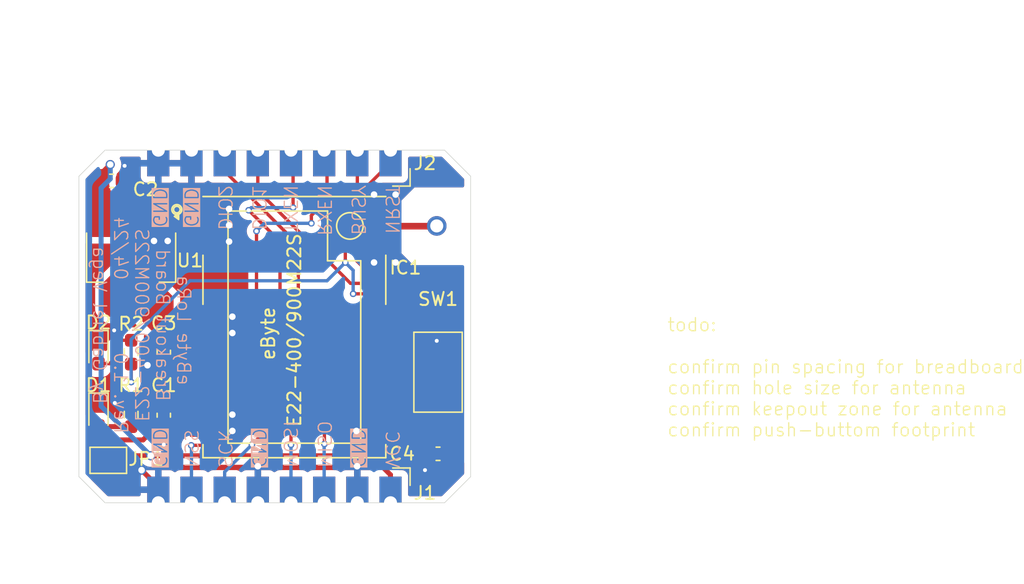
<source format=kicad_pcb>
(kicad_pcb (version 20240108) (generator "pcbnew") (generator_version "8.0")
  (title_block (title "eByte  E22-400/900M22S Breakout Board") (date "2024-04-07") (rev "1.0") (company "Libertalia Engineering") (comment 1 "eByte Breakoutboards") (comment 2 "Under Development") (comment 3 "Gabriel Vega") (comment 4 "Gabriel Vega") (comment 5 "1/1"))
  (layers (0 "F.Cu" signal) (31 "B.Cu" signal) (34 "B.Paste" user) (35 "F.Paste" user) (36 "B.SilkS" user "B.Silkscreen") (37 "F.SilkS" user "F.Silkscreen") (38 "B.Mask" user) (39 "F.Mask" user) (44 "Edge.Cuts" user))
  (net 0 "")
  (net 1 "+3V3")
  (net 2 "GND")
  (net 3 "VCC")
  (net 4 "/NRST")
  (net 5 "Net-(D1-A)")
  (net 6 "/MISO")
  (net 7 "/NSS")
  (net 8 "/MOSI")
  (net 9 "/SCK")
  (net 10 "/TXEN")
  (net 11 "/DIO1")
  (net 12 "/BUSY")
  (net 13 "/DIO2")
  (net 14 "/RXEN")
  (net 15 "/ANT")
  (net 16 "Net-(D2-A)")
  (footprint "Connector_PinHeader_2.54mm:PinHeader_1x08_P2.54mm_Vertical" (layer "F.Cu") (at 153.86 93 -90)
    (property "Reference" "J2" (at 1 -2.64 180) (layer "F.SilkS"))
    (property "Value" "Conn_01x08_Pin")
    (fp_line (start 1.42 -1.5) (end 2.75 -1.5) (stroke (width 0.12)) (layer "F.SilkS"))
    (fp_line (start 2.75 -1.5) (end 2.75 -0.17) (stroke (width 0.12)) (layer "F.SilkS"))
    (pad "1" thru_hole rect (at 0 0 270) (size 2 1.7) (drill 1 (offset 1 0)) (property pad_prop_castellated) (layers "*.Cu" "*.Mask") (net 4 "/NRST"))
    (pad "2" thru_hole rect (at 0 2.54 270) (size 2 1.7) (drill 1 (offset 1 0)) (property pad_prop_castellated) (layers "*.Cu" "*.Mask") (net 12 "/BUSY"))
    (pad "3" thru_hole rect (at 0 5.08 270) (size 2 1.7) (drill 1 (offset 1 0)) (property pad_prop_castellated) (layers "*.Cu" "*.Mask") (net 14 "/RXEN"))
    (pad "4" thru_hole rect (at 0 7.62 270) (size 2 1.7) (drill 1 (offset 1 0)) (property pad_prop_castellated) (layers "*.Cu" "*.Mask") (net 10 "/TXEN"))
    (pad "5" thru_hole rect (at 0 10.16 270) (size 2 1.7) (drill 1 (offset 1 0)) (property pad_prop_castellated) (layers "*.Cu" "*.Mask") (net 11 "/DIO1"))
    (pad "6" thru_hole rect (at 0 12.7 270) (size 2 1.7) (drill 1 (offset 1 0)) (property pad_prop_castellated) (layers "*.Cu" "*.Mask") (net 13 "/DIO2"))
    (pad "7" thru_hole rect (at 0 15.24 270) (size 2 1.7) (drill 1 (offset 1 0)) (property pad_prop_castellated) (layers "*.Cu" "*.Mask") (net 2 "GND"))
    (pad "8" thru_hole rect (at 0 17.78 270) (size 2 1.7) (drill 1 (offset 1 0)) (property pad_prop_castellated) (layers "*.Cu" "*.Mask") (net 2 "GND"))
  )
  (footprint "Connector_PinHeader_2.54mm:PinHeader_1x08_P2.54mm_Vertical" (layer "F.Cu") (at 153.86 120 -90)
    (property "Reference" "J1" (at -0.75 -2.64 180) (layer "F.SilkS"))
    (property "Value" "Conn_01x08_Pin")
    (fp_line (start -2.665 -0.17) (end -2.665 -1.5) (stroke (width 0.12)) (layer "F.SilkS"))
    (fp_line (start -2.665 -1.5) (end -1.335 -1.5) (stroke (width 0.12)) (layer "F.SilkS"))
    (pad "1" thru_hole rect (at 0 0 270) (size 2 1.7) (drill 1 (offset -1 0)) (property pad_prop_castellated) (layers "*.Cu" "*.Mask") (net 3 "VCC"))
    (pad "2" thru_hole rect (at 0 2.54 270) (size 2 1.7) (drill 1 (offset -1 0)) (property pad_prop_castellated) (layers "*.Cu" "*.Mask") (net 2 "GND"))
    (pad "3" thru_hole rect (at 0 5.08 270) (size 2 1.7) (drill 1 (offset -1 0)) (property pad_prop_castellated) (layers "*.Cu" "*.Mask") (net 6 "/MISO"))
    (pad "4" thru_hole rect (at 0 7.62 270) (size 2 1.7) (drill 1 (offset -1 0)) (property pad_prop_castellated) (layers "*.Cu" "*.Mask") (net 8 "/MOSI"))
    (pad "5" thru_hole rect (at 0 10.16 270) (size 2 1.7) (drill 1 (offset -1 0)) (property pad_prop_castellated) (layers "*.Cu" "*.Mask") (net 2 "GND"))
    (pad "6" thru_hole rect (at 0 12.7 270) (size 2 1.7) (drill 1 (offset -1 0)) (property pad_prop_castellated) (layers "*.Cu" "*.Mask") (net 9 "/SCK"))
    (pad "7" thru_hole rect (at 0 15.24 270) (size 2 1.7) (drill 1 (offset -1 0)) (property pad_prop_castellated) (layers "*.Cu" "*.Mask") (net 7 "/NSS"))
    (pad "8" thru_hole rect (at 0 17.78 270) (size 2 1.7) (drill 1 (offset -1 0)) (property pad_prop_castellated) (layers "*.Cu" "*.Mask") (net 2 "GND"))
  )
  (footprint "Capacitor_SMD:C_0603_1608Metric_Pad1.08x0.95mm_HandSolder" (layer "F.Cu") (at 157.5 116.25)
    (property "Reference" "C4" (at -2.75 0 0) (layer "F.SilkS"))
    (property "Value" "100nF")
    (fp_line (start -0.146267 -0.51) (end 0.146267 -0.51) (stroke (width 0.12)) (layer "F.SilkS"))
    (fp_line (start -0.146267 0.51) (end 0.146267 0.51) (stroke (width 0.12)) (layer "F.SilkS"))
    (pad "1" smd roundrect (at -0.8625 0) (size 1.075 0.95) (layers "F.Cu" "F.Paste" "F.Mask") (net 2 "GND"))
    (pad "2" smd roundrect (at 0.8625 0) (size 1.075 0.95) (layers "F.Cu" "F.Paste" "F.Mask") (net 4 "/NRST"))
  )
  (footprint "LED_SMD:LED_0603_1608Metric_Pad1.05x0.95mm_HandSolder" (layer "F.Cu") (at 131.5 113.2575 -90)
    (property "Reference" "D1" (at -2.2575 0 0) (layer "F.SilkS"))
    (property "Value" "LED_ON")
    (fp_line (start -1.66 0.735) (end 0.8 0.735) (stroke (width 0.12)) (layer "F.SilkS"))
    (fp_line (start -1.66 -0.735) (end -1.66 0.735) (stroke (width 0.12)) (layer "F.SilkS"))
    (fp_line (start 0.8 -0.735) (end -1.66 -0.735) (stroke (width 0.12)) (layer "F.SilkS"))
    (pad "1" smd roundrect (at -0.875 0 270) (size 1.05 0.95) (layers "F.Cu" "F.Paste" "F.Mask") (net 2 "GND"))
    (pad "2" smd roundrect (at 0.875 0 270) (size 1.05 0.95) (layers "F.Cu" "F.Paste" "F.Mask") (net 5 "Net-(D1-A)"))
  )
  (footprint "E22-900M22S:E22-900M22S" (layer "F.Cu") (at 146.5 106.55 180)
    (property "Reference" "IC1" (at -8.5 4.55 180) (layer "F.SilkS"))
    (property "Value" "E22-900M22S" (hide yes))
    (fp_line (start 7 10) (end -7 10) (stroke (width 0.127)) (layer "F.SilkS"))
    (fp_line (start 7 5.5) (end 7 1.75) (stroke (width 0.127)) (layer "F.SilkS"))
    (fp_line (start 7 -10) (end 7 -9) (stroke (width 0.127)) (layer "F.SilkS"))
    (fp_line (start 5.08 8.89) (end -2.54 8.89) (stroke (width 0.127)) (layer "F.SilkS"))
    (fp_line (start 5.08 -8.89) (end 5.08 8.89) (stroke (width 0.127)) (layer "F.SilkS"))
    (fp_line (start -2.54 8.89) (end -2.54 5.08) (stroke (width 0.127)) (layer "F.SilkS"))
    (fp_line (start -2.54 5.08) (end -5.08 5.08) (stroke (width 0.127)) (layer "F.SilkS"))
    (fp_line (start -5.08 5.08) (end -5.08 -8.89) (stroke (width 0.127)) (layer "F.SilkS"))
    (fp_line (start -5.08 -8.89) (end 5.08 -8.89) (stroke (width 0.127)) (layer "F.SilkS"))
    (fp_line (start -7 5.5) (end -7 1.75) (stroke (width 0.127)) (layer "F.SilkS"))
    (fp_line (start -7 -10) (end 7 -10) (stroke (width 0.127)) (layer "F.SilkS"))
    (fp_line (start -7 -10) (end -7 -9) (stroke (width 0.127)) (layer "F.SilkS"))
    (fp_circle (center 9 9) (end 9.381 9) (stroke (width 0.127)) (fill none) (layer "F.SilkS"))
    (fp_circle (center 9 9) (end 9.254 9) (stroke (width 0.127)) (fill none) (layer "F.SilkS"))
    (fp_circle (center -4.25 7.75) (end -3.234 7.75) (stroke (width 0.127)) (fill none) (layer "F.SilkS"))
    (fp_text user "E22-400/900M22S" (at 0 -0.23 -90) (layer "F.SilkS"))
    (fp_text user "eByte" (at 2 -0.48 -90) (layer "F.SilkS"))
    (pad "1" smd rect (at 7 9 180) (size 2 0.8) (layers "F.Cu" "F.Paste" "F.Mask") (net 2 "GND"))
    (pad "2" smd rect (at 7 7.73 180) (size 2 0.8) (layers "F.Cu" "F.Paste" "F.Mask") (net 2 "GND"))
    (pad "3" smd rect (at 7 6.46 180) (size 2 0.8) (layers "F.Cu" "F.Paste" "F.Mask") (net 2 "GND"))
    (pad "4" smd rect (at 7 0.89 180) (size 2 0.8) (layers "F.Cu" "F.Paste" "F.Mask") (net 2 "GND"))
    (pad "5" smd rect (at 7 -0.38 180) (size 2 0.8) (layers "F.Cu" "F.Paste" "F.Mask") (net 2 "GND"))
    (pad "6" smd rect (at 7 -1.65 180) (size 2 0.8) (layers "F.Cu" "F.Paste" "F.Mask") (net 14 "/RXEN"))
    (pad "7" smd rect (at 7 -2.92 180) (size 2 0.8) (layers "F.Cu" "F.Paste" "F.Mask") (net 10 "/TXEN"))
    (pad "8" smd rect (at 7 -4.19 180) (size 2 0.8) (layers "F.Cu" "F.Paste" "F.Mask") (net 13 "/DIO2"))
    (pad "9" smd rect (at 7 -5.46 180) (size 2 0.8) (layers "F.Cu" "F.Paste" "F.Mask") (net 1 "+3V3"))
    (pad "10" smd rect (at 7 -6.73 180) (size 2 0.8) (layers "F.Cu" "F.Paste" "F.Mask") (net 2 "GND"))
    (pad "11" smd rect (at 7 -8 180) (size 2 0.8) (layers "F.Cu" "F.Paste" "F.Mask") (net 2 "GND"))
    (pad "12" smd rect (at -7 -8 180) (size 2 0.8) (layers "F.Cu" "F.Paste" "F.Mask") (net 2 "GND"))
    (pad "13" smd rect (at -7 -6.73 180) (size 2 0.8) (layers "F.Cu" "F.Paste" "F.Mask") (net 11 "/DIO1"))
    (pad "14" smd rect (at -7 -5.46 180) (size 2 0.8) (layers "F.Cu" "F.Paste" "F.Mask") (net 12 "/BUSY"))
    (pad "15" smd rect (at -7 -4.19 180) (size 2 0.8) (layers "F.Cu" "F.Paste" "F.Mask") (net 4 "/NRST"))
    (pad "16" smd rect (at -7 -2.92 180) (size 2 0.8) (layers "F.Cu" "F.Paste" "F.Mask") (net 6 "/MISO"))
    (pad "17" smd rect (at -7 -1.65 180) (size 2 0.8) (layers "F.Cu" "F.Paste" "F.Mask") (net 8 "/MOSI"))
    (pad "18" smd rect (at -7 -0.38 180) (size 2 0.8) (layers "F.Cu" "F.Paste" "F.Mask") (net 9 "/SCK"))
    (pad "19" smd rect (at -7 0.89 180) (size 2 0.8) (layers "F.Cu" "F.Paste" "F.Mask") (net 7 "/NSS"))
    (pad "20" smd rect (at -7 6.46 180) (size 2 0.8) (layers "F.Cu" "F.Paste" "F.Mask") (net 2 "GND"))
    (pad "21" smd rect (at -7 7.73 180) (size 2 0.8) (layers "F.Cu" "F.Paste" "F.Mask") (net 15 "/ANT"))
    (pad "22" smd rect (at -7 9 180) (size 2 0.8) (layers "F.Cu" "F.Paste" "F.Mask") (net 2 "GND"))
  )
  (footprint "Resistor_SMD:R_0603_1608Metric_Pad0.98x0.95mm_HandSolder" (layer "F.Cu") (at 134 113.2575 -90)
    (property "Reference" "R1" (at -2.2575 0 0) (layer "F.SilkS"))
    (property "Value" "1K")
    (fp_line (start -0.254724 0.5225) (end 0.254724 0.5225) (stroke (width 0.12)) (layer "F.SilkS"))
    (fp_line (start -0.254724 -0.5225) (end 0.254724 -0.5225) (stroke (width 0.12)) (layer "F.SilkS"))
    (pad "1" smd roundrect (at -0.9125 0 270) (size 0.975 0.95) (layers "F.Cu" "F.Paste" "F.Mask") (net 1 "+3V3"))
    (pad "2" smd roundrect (at 0.9125 0 270) (size 0.975 0.95) (layers "F.Cu" "F.Paste" "F.Mask") (net 5 "Net-(D1-A)"))
  )
  (footprint "Button_Switch_SMD:SW_SPST_CK_RS282G05A3" (layer "F.Cu") (at 157.5 110 90)
    (property "Reference" "SW1" (at 5.6 0 0) (layer "F.SilkS"))
    (property "Value" "LORA_RESET")
    (fp_line (start 3.06 -1.85) (end 3.06 1.85) (stroke (width 0.12)) (layer "F.SilkS"))
    (fp_line (start -3.06 -1.85) (end 3.06 -1.85) (stroke (width 0.12)) (layer "F.SilkS"))
    (fp_line (start 3.06 1.85) (end -3.06 1.85) (stroke (width 0.12)) (layer "F.SilkS"))
    (fp_line (start -3.06 1.85) (end -3.06 -1.85) (stroke (width 0.12)) (layer "F.SilkS"))
    (pad "1" smd rect (at -3.9 0 90) (size 1.5 1.5) (layers "F.Cu" "F.Paste" "F.Mask") (net 4 "/NRST"))
    (pad "2" smd rect (at 3.9 0 90) (size 1.5 1.5) (layers "F.Cu" "F.Paste" "F.Mask") (net 2 "GND"))
  )
  (footprint "Jumper:SolderJumper-2_P1.3mm_Open_TrianglePad1.0x1.5mm" (layer "F.Cu") (at 132.25 116.75 180)
    (property "Reference" "JP1" (at -2.9 0.1 180) (layer "F.SilkS"))
    (property "Value" "SolderJumper_2_Open")
    (fp_line (start 1.4 1) (end -1.4 1) (stroke (width 0.12)) (layer "F.SilkS"))
    (fp_line (start 1.4 -1) (end 1.4 1) (stroke (width 0.12)) (layer "F.SilkS"))
    (fp_line (start -1.4 1) (end -1.4 -1) (stroke (width 0.12)) (layer "F.SilkS"))
    (fp_line (start -1.4 -1) (end 1.4 -1) (stroke (width 0.12)) (layer "F.SilkS"))
    (pad "1" smd custom (at -0.725 0 180) (size 0.3 0.3) (layers "F.Cu" "F.Mask") (net 3 "VCC") (options (clearance outline) (anchor rect)) (primitives (gr_poly (pts (xy 1 0) (xy 0.5 0.75) (xy -0.5 0.75) (xy -0.5 -0.75) (xy 0.5 -0.75)) (width 0) (fill yes))))
    (pad "2" smd custom (at 0.725 0 180) (size 0.3 0.3) (layers "F.Cu" "F.Mask") (net 1 "+3V3") (options (clearance outline) (anchor rect)) (primitives (gr_poly (pts (xy 0.5 0.75) (xy -0.65 0.75) (xy -0.15 0) (xy -0.65 -0.75) (xy 0.5 -0.75)) (width 0) (fill yes))))
  )
  (footprint "Capacitor_SMD:C_0603_1608Metric_Pad1.08x0.95mm_HandSolder" (layer "F.Cu") (at 136.5 108.47 -90)
    (property "Reference" "C3" (at -2.2125 0 180) (layer "F.SilkS"))
    (property "Value" "100nF")
    (fp_line (start -0.146267 0.51) (end 0.146267 0.51) (stroke (width 0.12)) (layer "F.SilkS"))
    (fp_line (start -0.146267 -0.51) (end 0.146267 -0.51) (stroke (width 0.12)) (layer "F.SilkS"))
    (pad "1" smd roundrect (at -0.8625 0 270) (size 1.075 0.95) (layers "F.Cu" "F.Paste" "F.Mask") (net 1 "+3V3"))
    (pad "2" smd roundrect (at 0.8625 0 270) (size 1.075 0.95) (layers "F.Cu" "F.Paste" "F.Mask") (net 2 "GND"))
  )
  (footprint "LED_SMD:LED_0603_1608Metric_Pad1.05x0.95mm_HandSolder" (layer "F.Cu") (at 131.5 108.47 -90)
    (property "Reference" "D2" (at -2.27 0 180) (layer "F.SilkS"))
    (property "Value" "LED_BUSY")
    (fp_line (start -1.66 0.735) (end 0.8 0.735) (stroke (width 0.12)) (layer "F.SilkS"))
    (fp_line (start -1.66 -0.735) (end -1.66 0.735) (stroke (width 0.12)) (layer "F.SilkS"))
    (fp_line (start 0.8 -0.735) (end -1.66 -0.735) (stroke (width 0.12)) (layer "F.SilkS"))
    (pad "1" smd roundrect (at -0.875 0 270) (size 1.05 0.95) (layers "F.Cu" "F.Paste" "F.Mask") (net 2 "GND"))
    (pad "2" smd roundrect (at 0.875 0 270) (size 1.05 0.95) (layers "F.Cu" "F.Paste" "F.Mask") (net 16 "Net-(D2-A)"))
  )
  (footprint "Package_TO_SOT_SMD:SOT-223-3_TabPin2" (layer "F.Cu") (at 134 101.2 -90)
    (property "Reference" "U1" (at 0.25 -4.5 180) (layer "F.SilkS"))
    (property "Value" "AMS1117-3.3")
    (fp_line (start -1.85 3.41) (end 1.91 3.41) (stroke (width 0.12)) (layer "F.SilkS"))
    (fp_line (start 1.91 3.41) (end 1.91 2.15) (stroke (width 0.12)) (layer "F.SilkS"))
    (fp_line (start -1.85 -3.41) (end 1.91 -3.41) (stroke (width 0.12)) (layer "F.SilkS"))
    (fp_line (start 1.91 -3.41) (end 1.91 -2.15) (stroke (width 0.12)) (layer "F.SilkS"))
    (fp_poly (pts (xy -3.13 -3.31) (xy -3.37 -3.64) (xy -2.89 -3.64) (xy -3.13 -3.31)) (stroke (width 0.12)) (fill solid) (layer "F.SilkS"))
    (pad "1" smd roundrect (at -3.15 -2.3 270) (size 2 1.5) (layers "F.Cu" "F.Paste" "F.Mask") (net 2 "GND"))
    (pad "2" smd roundrect (at -3.15 0 270) (size 2 1.5) (layers "F.Cu" "F.Paste" "F.Mask") (net 1 "+3V3"))
    (pad "2" smd roundrect (at 3.15 0 270) (size 2 3.8) (layers "F.Cu" "F.Paste" "F.Mask") (net 1 "+3V3"))
    (pad "3" smd roundrect (at -3.15 2.3 270) (size 2 1.5) (layers "F.Cu" "F.Paste" "F.Mask") (net 3 "VCC"))
  )
  (footprint "Capacitor_SMD:C_0603_1608Metric_Pad1.08x0.95mm_HandSolder" (layer "F.Cu") (at 132.5 95.35)
    (property "Reference" "C2" (at 2.6 0.65 0) (layer "F.SilkS"))
    (property "Value" "100nF")
    (fp_line (start -0.146267 -0.51) (end 0.146267 -0.51) (stroke (width 0.12)) (layer "F.SilkS"))
    (fp_line (start -0.146267 0.51) (end 0.146267 0.51) (stroke (width 0.12)) (layer "F.SilkS"))
    (pad "1" smd roundrect (at -0.8625 0) (size 1.075 0.95) (layers "F.Cu" "F.Paste" "F.Mask") (net 3 "VCC"))
    (pad "2" smd roundrect (at 0.8625 0) (size 1.075 0.95) (layers "F.Cu" "F.Paste" "F.Mask") (net 2 "GND"))
  )
  (footprint "MountingHole:MountingHole_2.2mm_M2_DIN965_Pad" (layer "F.Cu") (at 157.4 98.8)
    (property "Reference" "H1" (hide yes))
    (property "Value" "COIL-ANTENA-MOUTING-HOLE")
    (pad "1" thru_hole circle (at 0 0) (size 1.5 1.5) (drill 1) (layers "*.Cu" "*.Mask"))
  )
  (footprint "Capacitor_SMD:C_0603_1608Metric_Pad1.08x0.95mm_HandSolder" (layer "F.Cu") (at 136.5 113.295 -90)
    (property "Reference" "C1" (at -2.295 0 0) (layer "F.SilkS"))
    (property "Value" "100nF")
    (fp_line (start -0.146267 0.51) (end 0.146267 0.51) (stroke (width 0.12)) (layer "F.SilkS"))
    (fp_line (start -0.146267 -0.51) (end 0.146267 -0.51) (stroke (width 0.12)) (layer "F.SilkS"))
    (pad "1" smd roundrect (at -0.8625 0 270) (size 1.075 0.95) (layers "F.Cu" "F.Paste" "F.Mask") (net 1 "+3V3"))
    (pad "2" smd roundrect (at 0.8625 0 270) (size 1.075 0.95) (layers "F.Cu" "F.Paste" "F.Mask") (net 2 "GND"))
  )
  (footprint "Resistor_SMD:R_0603_1608Metric_Pad0.98x0.95mm_HandSolder" (layer "F.Cu") (at 134 108.47 90)
    (property "Reference" "R2" (at 2.17 0 0) (layer "F.SilkS"))
    (property "Value" "1K")
    (fp_line (start -0.254724 -0.5225) (end 0.254724 -0.5225) (stroke (width 0.12)) (layer "F.SilkS"))
    (fp_line (start -0.254724 0.5225) (end 0.254724 0.5225) (stroke (width 0.12)) (layer "F.SilkS"))
    (pad "1" smd roundrect (at -0.9125 0 90) (size 0.975 0.95) (layers "F.Cu" "F.Paste" "F.Mask") (net 12 "/BUSY"))
    (pad "2" smd roundrect (at 0.9125 0 90) (size 0.975 0.95) (layers "F.Cu" "F.Paste" "F.Mask") (net 16 "Net-(D2-A)"))
  )
  (gr_line (start 158 120) (end 160 118) (stroke (width 0.05)) (layer "Edge.Cuts"))
  (gr_line (start 160 118) (end 160 95) (stroke (width 0.05)) (layer "Edge.Cuts"))
  (gr_line (start 132 120) (end 130 118) (stroke (width 0.05)) (layer "Edge.Cuts"))
  (gr_line (start 158 93) (end 132 93) (stroke (width 0.05)) (layer "Edge.Cuts"))
  (gr_line (start 160 95) (end 158 93) (stroke (width 0.05)) (layer "Edge.Cuts"))
  (gr_line (start 132 120) (end 158 120) (stroke (width 0.05)) (layer "Edge.Cuts"))
  (gr_line (start 130 95) (end 130 118) (stroke (width 0.05)) (layer "Edge.Cuts"))
  (gr_line (start 130 95) (end 132 93) (stroke (width 0.05)) (layer "Edge.Cuts"))
  (gr_text "NRST" (at 153.4 95.6 270) (layer "B.SilkS") (effects (font (size 1 1) (thickness 0.1)) (justify right bottom mirror)))
  (gr_text "eByte LoRa \nBreakout Board\nE22-400/900M22S\nRev. 1.0 	04/24\nBy Gabriel Vega" (at 131 106.4 270) (layer "B.SilkS") (effects (font (size 1 1) (thickness 0.1)) (justify bottom mirror)))
  (gr_text "MISO" (at 148.2 117.4 -90) (layer "B.SilkS") (effects (font (size 1 1) (thickness 0.1)) (justify left bottom mirror)))
  (gr_text "MOSI" (at 145.6 117.4 270) (layer "B.SilkS") (effects (font (size 1 1) (thickness 0.1)) (justify left bottom mirror)))
  (gr_text "GND" (at 135.6 95.8 270) (layer "B.SilkS" knockout) (effects (font (size 1 1) (thickness 0.1)) (justify right bottom mirror)))
  (gr_text "GND" (at 138 95.8 270) (layer "B.SilkS" knockout) (effects (font (size 1 1) (thickness 0.1)) (justify right bottom mirror)))
  (gr_text "VCC" (at 153.4 117.4 270) (layer "B.SilkS") (effects (font (size 1 1) (thickness 0.1)) (justify left bottom mirror)))
  (gr_text "TXEN" (at 145.6 95.6 270) (layer "B.SilkS") (effects (font (size 1 1) (thickness 0.1)) (justify right bottom mirror)))
  (gr_text "GND" (at 143.2 117.4 270) (layer "B.SilkS" knockout) (effects (font (size 1 1) (thickness 0.1)) (justify left bottom mirror)))
  (gr_text "NSS" (at 138 117.4 270) (layer "B.SilkS") (effects (font (size 1 1) (thickness 0.1)) (justify left bottom mirror)))
  (gr_text "DIO2" (at 140.6 95.6 270) (layer "B.SilkS") (effects (font (size 1 1) (thickness 0.1)) (justify right bottom mirror)))
  (gr_text "RXEN" (at 148.2 95.6 270) (layer "B.SilkS") (effects (font (size 1 1) (thickness 0.1)) (justify right bottom mirror)))
  (gr_text "DIO1" (at 143.2 95.6 270) (layer "B.SilkS") (effects (font (size 1 1) (thickness 0.1)) (justify right bottom mirror)))
  (gr_text "GND" (at 135.6 117.4 270) (layer "B.SilkS" knockout) (effects (font (size 1 1) (thickness 0.1)) (justify left bottom mirror)))
  (gr_text "GND" (at 150.8 117.4 270) (layer "B.SilkS" knockout) (effects (font (size 1 1) (thickness 0.1)) (justify left bottom mirror)))
  (gr_text "BUSY" (at 150.8 95.6 270) (layer "B.SilkS") (effects (font (size 1 1) (thickness 0.1)) (justify right bottom mirror)))
  (gr_text "SCK" (at 140.6 117.4 270) (layer "B.SilkS") (effects (font (size 1 1) (thickness 0.1)) (justify left bottom mirror)))
  (gr_text "todo:\n\nconfirm pin spacing for breadboard\nconfirm hole size for antenna\nconfirm keepout zone for antenna\nconfirm push-buttom footprint" (at 175 115 0) (layer "F.SilkS") (effects (font (size 1 1) (thickness 0.1)) (justify left bottom)))
  (segment (start 135.2 113.295) (end 136.0625 112.4325) (width 0.381) (layer "F.Cu") (net 1))
  (segment (start 131.525 115.6625) (end 132 115.1875) (width 0.381) (layer "F.Cu") (net 1))
  (segment (start 135.2 114.9) (end 135.2 113.295) (width 0.381) (layer "F.Cu") (net 1))
  (segment (start 135.2 113.295) (end 134.25 112.345) (width 0.381) (layer "F.Cu") (net 1))
  (segment (start 136.0625 112.4325) (end 136.5 112.4325) (width 0.381) (layer "F.Cu") (net 1))
  (segment (start 136.4125 112.345) (end 136.5 112.4325) (width 0.381) (layer "F.Cu") (net 1))
  (segment (start 131.525 116.75) (end 131.525 115.725) (width 0.381) (layer "F.Cu") (net 1))
  (segment (start 132 115.1875) (end 134.9125 115.1875) (width 0.381) (layer "F.Cu") (net 1))
  (segment (start 137.5075 107.6075) (end 137.8 107.9) (width 0.381) (layer "F.Cu") (net 1))
  (segment (start 134.25 112.345) (end 134 112.345) (width 0.381) (layer "F.Cu") (net 1))
  (segment (start 136.565 112.3675) (end 136.5 112.4325) (width 0.381) (layer "F.Cu") (net 1))
  (segment (start 136.5 111.3575) (end 136.5 112.4325) (width 0.381) (layer "F.Cu") (net 1))
  (segment (start 134.9125 115.1875) (end 135.2 114.9) (width 0.381) (layer "F.Cu") (net 1))
  (segment (start 137.8 107.9) (end 137.8 110.0575) (width 0.381) (layer "F.Cu") (net 1))
  (segment (start 139.5 112.01) (end 136.565 112.01) (width 0.381) (layer "F.Cu") (net 1))
  (segment (start 137.8 110.0575) (end 136.5 111.3575) (width 0.381) (layer "F.Cu") (net 1))
  (segment (start 136.5 107.6075) (end 137.5075 107.6075) (width 0.381) (layer "F.Cu") (net 1))
  (segment (start 131.5 107.595) (end 131.905 107.595) (width 0.254) (layer "F.Cu") (net 2))
  (segment (start 135.75 98.6) (end 136.3 98.05) (width 0.381) (layer "F.Cu") (net 2))
  (segment (start 141.45 97.55) (end 141.5 97.5) (width 0.254) (layer "F.Cu") (net 2))
  (segment (start 152.6 96.4) (end 152.6 96.65) (width 0.254) (layer "F.Cu") (net 2))
  (segment (start 156.6375 116.25) (end 156.6375 117.3625) (width 0.254) (layer "F.Cu") (net 2))
  (segment (start 151.32 120) (end 151.32 117.22) (width 0.381) (layer "F.Cu") (net 2))
  (segment (start 154.25 96.4) (end 154.25 96.8) (width 0.254) (layer "F.Cu") (net 2))
  (segment (start 154.25 100.84) (end 153.5 100.09) (width 0.254) (layer "F.Cu") (net 2))
  (segment (start 139.59 100) (end 139.5 100.09) (width 0.381) (layer "F.Cu") (net 2))
  (segment (start 153.5 114.55) (end 151.3 114.55) (width 0.381) (layer "F.Cu") (net 2))
  (segment (start 141.7 114.55) (end 141.75 114.5) (width 0.381) (layer "F.Cu") (net 2))
  (segment (start 131.905 107.595) (end 132.7 106.8) (width 0.254) (layer "F.Cu") (net 2))
  (segment (start 136.08 118.78) (end 136.08 120) (width 0.381) (layer "F.Cu") (net 2))
  (segment (start 141.5 98.75) (end 139.57 98.75) (width 0.381) (layer "F.Cu") (net 2))
  (segment (start 136.8 98.55) (end 136.3 98.05) (width 0.381) (layer "F.Cu") (net 2))
  (segment (start 152.6 96.65) (end 153.5 97.55) (width 0.254) (layer "F.Cu") (net 2))
  (segment (start 157.4 107.6) (end 157.4 106.2) (width 0.254) (layer "F.Cu") (net 2))
  (segment (start 152.6 101.6) (end 152.6 100.99) (width 0.254) (layer "F.Cu") (net 2))
  (segment (start 135.3875 109.3325) (end 135.25 109.47) (width 0.381) (layer "F.Cu") (net 2))
  (segment (start 143.7 120) (end 143.7 117.2) (width 0.381) (layer "F.Cu") (net 2))
  (segment (start 136.8 99.95) (end 136.8 98.55) (width 0.381) (layer "F.Cu") (net 2))
  (segment (start 132.75 112.3575) (end 132.725 112.3825) (width 0.254) (layer "F.Cu") (net 2))
  (segment (start 157.4 106.2) (end 157.5 106.1) (width 0.254) (layer "F.Cu") (net 2))
  (segment (start 139.55 97.5) (end 139.5 97.55) (width 0.254) (layer "F.Cu") (net 2))
  (segment (start 139.5 106.93) (end 141.68 106.93) (width 0.381) (layer "F.Cu") (net 2))
  (segment (start 134.8 117.5) (end 136.08 118.78) (width 0.381) (layer "F.Cu") (net 2))
  (segment (start 139.5 105.66) (end 141.66 105.66) (width 0.381) (layer "F.Cu") (net 2))
  (segment (start 154.25 96.8) (end 153.5 97.55) (width 0.254) (layer "F.Cu") (net 2))
  (segment (start 141.5 100) (end 139.59 100) (width 0.381) (layer "F.Cu") (net 2))
  (segment (start 141.72 113.28) (end 141.75 113.25) (width 0.381) (layer "F.Cu") (net 2))
  (segment (start 139.5 113.28) (end 141.72 113.28) (width 0.381) (layer "F.Cu") (net 2))
  (segment (start 141.66 105.66) (end 141.75 105.75) (width 0.381) (layer "F.Cu") (net 2))
  (segment (start 156.6375 117.3625) (end 156.5 117.5) (width 0.254) (layer "F.Cu") (net 2))
  (segment (start 136.5 109.3325) (end 135.3875 109.3325) (width 0.381) (layer "F.Cu") (net 2))
  (segment (start 139.5 114.55) (end 141.7 114.55) (width 0.381) (layer "F.Cu") (net 2))
  (segment (start 136.5 114.1575) (end 136.5 115.545) (width 0.381) (layer "F.Cu") (net 2))
  (segment (start 151.3 114.55) (end 151.25 114.5) (width 0.381) (layer "F.Cu") (net 2))
  (segment (start 133.3625 95.35) (end 133.3625 94.3375) (width 0.254) (layer "F.Cu") (net 2))
  (segment (start 152.6 100.99) (end 153.5 100.09) (width 0.254) (layer "F.Cu") (net 2))
  (segment (start 139.57 98.75) (end 139.5 98.82) (width 0.381) (layer "F.Cu") (net 2))
  (segment (start 141.68 106.93) (end 141.75 107) (width 0.381) (layer "F.Cu") (net 2))
  (segment (start 133.3625 94.3375) (end 133.5 94.2) (width 0.254) (layer "F.Cu") (net 2))
  (segment (start 151.32 117.22) (end 151.3 117.2) (width 0.381) (layer "F.Cu") (net 2))
  (segment (start 135.75 99.95) (end 135.75 98.6) (width 0.381) (layer "F.Cu") (net 2))
  (segment (start 132.725 112.3825) (end 131.5 112.3825) (width 0.254) (layer "F.Cu") (net 2))
  (segment (start 141.5 97.5) (end 139.55 97.5) (width 0.254) (layer "F.Cu") (net 2))
  (segment (start 154.25 101.6) (end 154.25 100.84) (width 0.254) (layer "F.Cu") (net 2))
  (via (at 141.5 98.75) (size 0.7) (drill 0.5) (layers "F.Cu" "B.Cu") (net 2))
  (via (at 157.4 107.6) (size 0.5) (drill 0.3) (layers "F.Cu" "B.Cu") (net 2))
  (via (at 141.5 97.5) (size 0.7) (drill 0.5) (layers "F.Cu" "B.Cu") (net 2))
  (via (at 133.5 94.2) (size 0.5) (drill 0.3) (layers "F.Cu" "B.Cu") (net 2))
  (via (at 152.6 101.6) (size 0.7) (drill 0.5) (layers "F.Cu" "B.Cu") (net 2))
  (via (at 141.75 113.25) (size 0.7) (drill 0.5) (layers "F.Cu" "B.Cu") (net 2))
  (via (at 151.25 114.5) (size 0.7) (drill 0.5) (layers "F.Cu" "B.Cu") (net 2))
  (via (at 136.5 115.545) (size 0.5) (drill 0.3) (layers "F.Cu" "B.Cu") (net 2))
  (via (at 143.7 117.2) (size 0.7) (drill 0.5) (layers "F.Cu" "B.Cu") (net 2))
  (via (at 152.6 96.4) (size 0.7) (drill 0.5) (layers "F.Cu" "B.Cu") (net 2))
  (via (at 141.75 105.75) (size 0.7) (drill 0.5) (layers "F.Cu" "B.Cu") (net 2))
  (via (at 136.8 99.95) (size 0.7) (drill 0.5) (layers "F.Cu" "B.Cu") (net 2))
  (via (at 141.75 107) (size 0.7) (drill 0.5) (layers "F.Cu" "B.Cu") (net 2))
  (via (at 141.75 114.5) (size 0.7) (drill 0.5) (layers "F.Cu" "B.Cu") (net 2))
  (via (at 135.75 99.95) (size 0.7) (drill 0.5) (layers "F.Cu" "B.Cu") (net 2))
  (via (at 132.75 112.3575) (size 0.5) (drill 0.3) (layers "F.Cu" "B.Cu") (net 2))
  (via (at 156.5 117.5) (size 0.5) (drill 0.3) (layers "F.Cu" "B.Cu") (net 2))
  (via (at 135.25 109.47) (size 0.7) (drill 0.5) (layers "F.Cu" "B.Cu") (net 2))
  (via (at 154.25 101.6) (size 0.7) (drill 0.5) (layers "F.Cu" "B.Cu") (net 2))
  (via (at 132.7 106.8) (size 0.5) (drill 0.3) (layers "F.Cu" "B.Cu") (net 2))
  (via (at 151.3 117.2) (size 0.7) (drill 0.5) (layers "F.Cu" "B.Cu") (net 2))
  (via (at 141.5 100) (size 0.7) (drill 0.5) (layers "F.Cu" "B.Cu") (net 2))
  (via (at 134.8 117.5) (size 0.7) (drill 0.5) (layers "F.Cu" "B.Cu") (net 2))
  (via (at 154.25 96.4) (size 0.7) (drill 0.5) (layers "F.Cu" "B.Cu") (net 2))
  (segment (start 153.86 120) (end 153.86 117.86) (width 0.381) (layer "F.Cu") (net 3))
  (segment (start 132.975 116.75) (end 133.325 116.4) (width 0.381) (layer "F.Cu") (net 3))
  (segment (start 132.4 94.1) (end 131.6375 94.8625) (width 0.381) (layer "F.Cu") (net 3))
  (segment (start 133.325 116.4) (end 135.5 116.4) (width 0.381) (layer "F.Cu") (net 3))
  (segment (start 152.4 116.4) (end 135.5 116.4) (width 0.381) (layer "F.Cu") (net 3))
  (segment (start 131.6375 94.8625) (end 131.6375 95.35) (width 0.381) (layer "F.Cu") (net 3))
  (segment (start 153.86 117.86) (end 152.4 116.4) (width 0.381) (layer "F.Cu") (net 3))
  (via (at 132.4 94.1) (size 0.7) (drill 0.5) (layers "F.Cu" "B.Cu") (net 3))
  (via (at 135.5 116.4) (size 0.7) (drill 0.5) (layers "F.Cu" "B.Cu") (net 3))
  (segment (start 132.4 94.1) (end 132.4 95.2) (width 0.381) (layer "B.Cu") (net 3))
  (segment (start 132.4 95.2) (end 131.7 95.9) (width 0.381) (layer "B.Cu") (net 3))
  (segment (start 131.7 112.6) (end 135.5 116.4) (width 0.381) (layer "B.Cu") (net 3))
  (segment (start 131.7 95.9) (end 131.7 112.6) (width 0.381) (layer "B.Cu") (net 3))
  (segment (start 158.3625 116.25) (end 158.3625 114.7625) (width 0.254) (layer "F.Cu") (net 4))
  (segment (start 151.293 96.531) (end 153.86 93.964) (width 0.254) (layer "F.Cu") (net 4))
  (segment (start 158.8 104.8) (end 156.4 102.4) (width 0.254) (layer "F.Cu") (net 4))
  (segment (start 157.5 112.5) (end 158.8 111.2) (width 0.254) (layer "F.Cu") (net 4))
  (segment (start 150 114.8) (end 150.9 115.7) (width 0.254) (layer "F.Cu") (net 4))
  (segment (start 158.8 111.2) (end 158.8 104.8) (width 0.254) (layer "F.Cu") (net 4))
  (segment (start 150 112.4) (end 150 114.8) (width 0.254) (layer "F.Cu") (net 4))
  (segment (start 156.4 102.4) (end 152.2 102.4) (width 0.254) (layer "F.Cu") (net 4))
  (segment (start 151.293 101.493) (end 151.293 96.531) (width 0.254) (layer "F.Cu") (net 4))
  (segment (start 153.5 110.74) (end 151.66 110.74) (width 0.254) (layer "F.Cu") (net 4))
  (segment (start 158.3625 114.7625) (end 157.5 113.9) (width 0.254) (layer "F.Cu") (net 4))
  (segment (start 155.1 115.7) (end 156.9 113.9) (width 0.254) (layer "F.Cu") (net 4))
  (segment (start 157.5 113.9) (end 157.5 112.5) (width 0.254) (layer "F.Cu") (net 4))
  (segment (start 156.9 113.9) (end 157.5 113.9) (width 0.254) (layer "F.Cu") (net 4))
  (segment (start 152.2 102.4) (end 151.293 101.493) (width 0.254) (layer "F.Cu") (net 4))
  (segment (start 151.66 110.74) (end 150 112.4) (width 0.254) (layer "F.Cu") (net 4))
  (segment (start 153.5 110.74) (end 154.34 110.74) (width 0.254) (layer "F.Cu") (net 4))
  (segment (start 153.86 93.964) (end 153.86 93) (width 0.254) (layer "F.Cu") (net 4))
  (segment (start 150.9 115.7) (end 155.1 115.7) (width 0.254) (layer "F.Cu") (net 4))
  (segment (start 131.5375 114.17) (end 131.5 114.1325) (width 0.381) (layer "F.Cu") (net 5))
  (segment (start 134 114.17) (end 131.5375 114.17) (width 0.381) (layer "F.Cu") (net 5))
  (segment (start 151.23 109.47) (end 153.5 109.47) (width 0.254) (layer "F.Cu") (net 6))
  (segment (start 148.78 111.92) (end 151.23 109.47) (width 0.254) (layer "F.Cu") (net 6))
  (segment (start 148.8 111.94) (end 148.78 111.92) (width 0.254) (layer "F.Cu") (net 6))
  (segment (start 148.8 115.5) (end 148.8 111.94) (width 0.254) (layer "F.Cu") (net 6))
  (via (at 148.8 115.5) (size 0.5) (drill 0.3) (layers "F.Cu" "B.Cu") (net 6))
  (segment (start 148.78 115.52) (end 148.78 120) (width 0.254) (layer "B.Cu") (net 6))
  (segment (start 148.8 115.5) (end 148.78 115.52) (width 0.254) (layer "B.Cu") (net 6))
  (segment (start 144.2 111.4) (end 149.94 105.66) (width 0.254) (layer "F.Cu") (net 7))
  (segment (start 138.6 115.6) (end 142 115.6) (width 0.254) (layer "F.Cu") (net 7))
  (segment (start 144.2 113.4) (end 144.2 111.4) (width 0.254) (layer "F.Cu") (net 7))
  (segment (start 142 115.6) (end 144.2 113.4) (width 0.254) (layer "F.Cu") (net 7))
  (segment (start 149.94 105.66) (end 153.5 105.66) (width 0.254) (layer "F.Cu") (net 7))
  (via (at 138.6 115.6) (size 0.5) (drill 0.3) (layers "F.Cu" "B.Cu") (net 7))
  (segment (start 138.6 115.6) (end 138.62 115.62) (width 0.254) (layer "B.Cu") (net 7))
  (segment (start 138.62 115.62) (end 138.62 120) (width 0.254) (layer "B.Cu") (net 7))
  (segment (start 146.24 115.56) (end 146.24 112.56) (width 0.254) (layer "F.Cu") (net 8))
  (segment (start 146.24 112.56) (end 150.6 108.2) (width 0.254) (layer "F.Cu") (net 8))
  (segment (start 150.6 108.2) (end 153.5 108.2) (width 0.254) (layer "F.Cu") (net 8))
  (via (at 146.24 115.56) (size 0.5) (drill 0.3) (layers "F.Cu" "B.Cu") (net 8))
  (segment (start 146.24 115.56) (end 146.24 120) (width 0.254) (layer "B.Cu") (net 8))
  (segment (start 143.25 115.55) (end 145 113.8) (width 0.254) (layer "F.Cu") (net 9))
  (segment (start 145 112) (end 150.07 106.93) (width 0.254) (layer "F.Cu") (net 9))
  (segment (start 145 113.8) (end 145 112) (width 0.254) (layer "F.Cu") (net 9))
  (segment (start 150.07 106.93) (end 153.5 106.93) (width 0.254) (layer "F.Cu") (net 9))
  (via (at 143.25 115.55) (size 0.5) (drill 0.3) (layers "F.Cu" "B.Cu") (net 9))
  (segment (start 143.25 115.55) (end 141.16 117.64) (width 0.254) (layer "B.Cu") (net 9))
  (segment (start 141.16 117.64) (end 141.16 120) (width 0.254) (layer "B.Cu") (net 9))
  (segment (start 142.73 109.47) (end 139.5 109.47) (width 0.254) (layer "F.Cu") (net 10))
  (segment (start 145.4 100) (end 145.4 106.8) (width 0.254) (layer "F.Cu") (net 10))
  (segment (start 146.4 93.16) (end 146.24 93) (width 0.254) (layer "F.Cu") (net 10))
  (segment (start 146.4 97.4) (end 146.4 93.16) (width 0.254) (layer "F.Cu") (net 10))
  (segment (start 145.4 106.8) (end 142.73 109.47) (width 0.254) (layer "F.Cu") (net 10))
  (segment (start 143 97.6) (end 145.4 100) (width 0.254) (layer "F.Cu") (net 10))
  (via (at 146.4 97.4) (size 0.5) (drill 0.3) (layers "F.Cu" "B.Cu") (net 10))
  (via (at 143 97.6) (size 0.5) (drill 0.3) (layers "F.Cu" "B.Cu") (net 10))
  (segment (start 143 97.6) (end 143.2 97.4) (width 0.254) (layer "B.Cu") (net 10))
  (segment (start 143.2 97.4) (end 146.4 97.4) (width 0.254) (layer "B.Cu") (net 10))
  (segment (start 155.32 113.28) (end 156.2 112.4) (width 0.254) (layer "F.Cu") (net 11))
  (segment (start 154.6 103.2) (end 150.8 103.2) (width 0.254) (layer "F.Cu") (net 11))
  (segment (start 153.5 113.28) (end 155.32 113.28) (width 0.254) (layer "F.Cu") (net 11))
  (segment (start 150.8 103.2) (end 143.7 96.1) (width 0.254) (layer "F.Cu") (net 11))
  (segment (start 156.2 112.4) (end 156.2 104.8) (width 0.254) (layer "F.Cu") (net 11))
  (segment (start 156.2 104.8) (end 154.6 103.2) (width 0.254) (layer "F.Cu") (net 11))
  (segment (start 143.7 96.1) (end 143.7 93) (width 0.254) (layer "F.Cu") (net 11))
  (segment (start 154.39 112.01) (end 153.5 112.01) (width 0.254) (layer "F.Cu") (net 12))
  (segment (start 150.4 96.6) (end 151.32 95.68) (width 0.254) (layer "F.Cu") (net 12))
  (segment (start 151 104) (end 154.2 104) (width 0.254) (layer "F.Cu") (net 12))
  (segment (start 150.4 101.6) (end 150.4 96.6) (width 0.254) (layer "F.Cu") (net 12))
  (segment (start 155.4 111) (end 154.39 112.01) (width 0.254) (layer "F.Cu") (net 12))
  (segment (start 155.4 105.2) (end 155.4 111) (width 0.254) (layer "F.Cu") (net 12))
  (segment (start 134 110.7575) (end 134 109.3825) (width 0.254) (layer "F.Cu") (net 12))
  (segment (start 151.32 95.68) (end 151.32 93) (width 0.254) (layer "F.Cu") (net 12))
  (segment (start 154.2 104) (end 155.4 105.2) (width 0.254) (layer "F.Cu") (net 12))
  (via (at 150.4 101.6) (size 0.5) (drill 0.3) (layers "F.Cu" "B.Cu") (net 12))
  (via (at 134 110.7575) (size 0.5) (drill 0.3) (layers "F.Cu" "B.Cu") (net 12))
  (via (at 151 104) (size 0.5) (drill 0.3) (layers "F.Cu" "B.Cu") (net 12))
  (segment (start 151 102.2) (end 150.4 101.6) (width 0.254) (layer "B.Cu") (net 12))
  (segment (start 134 107.5) (end 134 110.7575) (width 0.254) (layer "B.Cu") (net 12))
  (segment (start 134 110.7575) (end 134.1 110.8575) (width 0.254) (layer "B.Cu") (net 12))
  (segment (start 138.5 103) (end 134 107.5) (width 0.254) (layer "B.Cu") (net 12))
  (segment (start 149 103) (end 138.5 103) (width 0.254) (layer "B.Cu") (net 12))
  (segment (start 151 104) (end 151 102.2) (width 0.254) (layer "B.Cu") (net 12))
  (segment (start 150.4 101.6) (end 149 103) (width 0.254) (layer "B.Cu") (net 12))
  (segment (start 146.8 100.249962) (end 141.16 94.609962) (width 0.254) (layer "F.Cu") (net 13))
  (segment (start 143.06 110.74) (end 146.8 107) (width 0.254) (layer "F.Cu") (net 13))
  (segment (start 139.5 110.74) (end 143.06 110.74) (width 0.254) (layer "F.Cu") (net 13))
  (segment (start 141.16 94.609962) (end 141.16 93) (width 0.254) (layer "F.Cu") (net 13))
  (segment (start 146.8 107) (end 146.8 100.249962) (width 0.254) (layer "F.Cu") (net 13))
  (segment (start 143.6 107.2) (end 142.6 108.2) (width 0.254) (layer "F.Cu") (net 14))
  (segment (start 143.6 99.2) (end 143.6 107.2) (width 0.254) (layer "F.Cu") (net 14))
  (segment (start 142.6 108.2) (end 139.5 108.2) (width 0.254) (layer "F.Cu") (net 14))
  (segment (start 147.8 98.6) (end 147.8 98) (width 0.254) (layer "F.Cu") (net 14))
  (segment (start 149 93.22) (end 148.78 93) (width 0.254) (layer "F.Cu") (net 14))
  (segment (start 149 96.8) (end 149 93.22) (width 0.254) (layer "F.Cu") (net 14))
  (segment (start 147.8 98) (end 149 96.8) (width 0.254) (layer "F.Cu") (net 14))
  (via (at 147.8 98.6) (size 0.5) (drill 0.3) (layers "F.Cu" "B.Cu") (net 14))
  (via (at 143.6 99.2) (size 0.5) (drill 0.3) (layers "F.Cu" "B.Cu") (net 14))
  (segment (start 143.6 99.2) (end 144.2 98.6) (width 0.254) (layer "B.Cu") (net 14))
  (segment (start 144.2 98.6) (end 147.8 98.6) (width 0.254) (layer "B.Cu") (net 14))
  (segment (start 153.5 98.82) (end 157.48 98.82) (width 0.508) (layer "F.Cu") (net 15))
  (segment (start 157.48 98.82) (end 157.5 98.8) (width 0.508) (layer "F.Cu") (net 15))
  (segment (start 134 107.5575) (end 133.2425 107.5575) (width 0.254) (layer "F.Cu") (net 16))
  (segment (start 132.355 109.345) (end 131.5 109.345) (width 0.254) (layer "F.Cu") (net 16))
  (segment (start 132.8 108.9) (end 132.355 109.345) (width 0.254) (layer "F.Cu") (net 16))
  (segment (start 132.8 108) (end 132.8 108.9) (width 0.254) (layer "F.Cu") (net 16))
  (segment (start 133.2425 107.5575) (end 132.8 108) (width 0.254) (layer "F.Cu") (net 16))
  (zone (net 3) (net_name "VCC") (layer "F.Cu") (priority 1) (connect_pads yes (clearance 0.5)) (min_thickness 0.25) (fill yes (thermal_gap 0.5) (thermal_bridge_width 0.5))
    (polygon (pts (xy 130.6 94.65) (xy 130.6 99.25) (xy 131 99.65) (xy 132.4 99.65) (xy 132.8 99.25) (xy 132.8 96.45) (xy 132.4 96.05) (xy 132.4 94.65) (xy 132.2 94.45) (xy 130.8 94.45)))
  )
  (zone (net 1) (net_name "+3V3") (layer "F.Cu") (priority 2) (connect_pads yes (clearance 0)) (min_thickness 0.25) (fill yes (thermal_gap 0.5) (thermal_bridge_width 0.5))
    (polygon (pts (xy 133 102) (xy 131.75 103.25) (xy 131.75 105.25) (xy 132.25 105.75) (xy 134.5 105.75) (xy 135.75 107) (xy 135.75 107.65) (xy 136.05 107.95) (xy 137 107.95) (xy 137.25 107.7) (xy 137.25 104.25) (xy 135 102) (xy 135 97) (xy 134.75 96.75) (xy 133.25 96.75) (xy 133 97)))
  )
  (zone (net 2) (net_name "GND") (layers "F&B.Cu") (connect_pads thru_hole_only (clearance 0.5)) (min_thickness 0.25) (fill yes (thermal_gap 0.5) (thermal_bridge_width 0.5))
    (polygon (pts (xy 129 90.75) (xy 161.75 90.75) (xy 161.75 122.5) (xy 129 122.5)))
  )
  (zone (net 0) (net_name "") (layers "F&B.Cu") (connect_pads (clearance 0)) (min_thickness 0.25)
    (keepout (tracks allowed) (vias allowed) (pads allowed) (copperpour not_allowed) (footprints allowed))
    (fill (thermal_gap 0.5) (thermal_bridge_width 0.5))
    (polygon (pts (xy 160.2 101.8) (xy 155.6 101.8) (xy 154.7 100.9) (xy 154.7 96.85) (xy 155.7 95.85) (xy 160.2 95.85)))
  )
)
</source>
